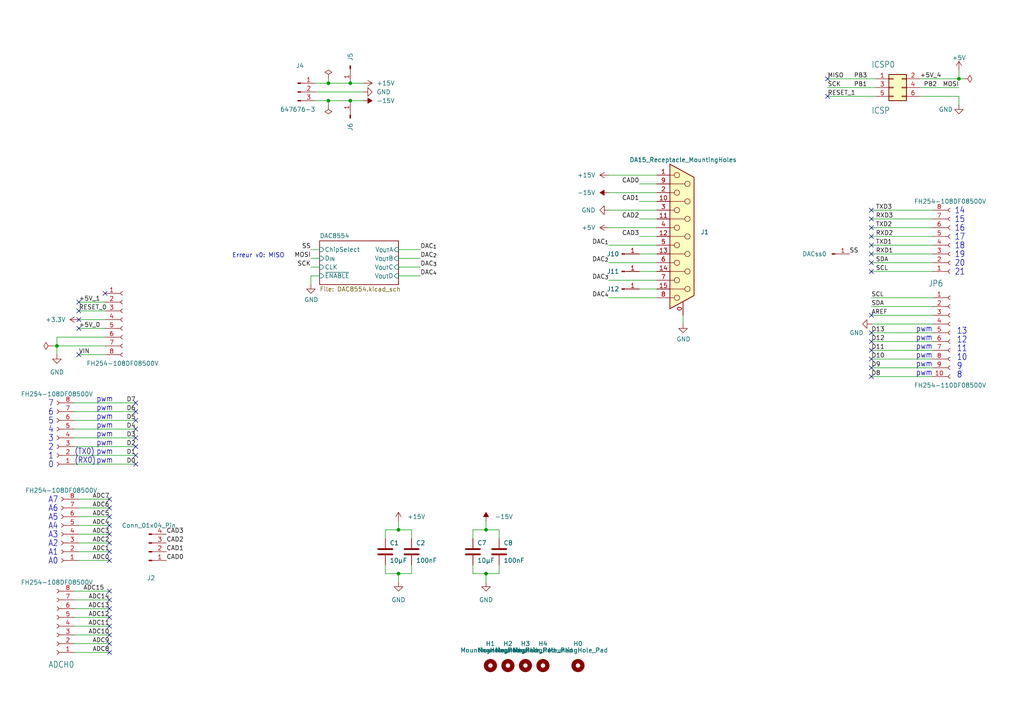
<source format=kicad_sch>
(kicad_sch (version 20230121) (generator eeschema)
  (paper "A4")
  (lib_symbols
    (symbol "Connector:Conn_01x01_Pin" (pin_names (offset 1.016) hide)
      (property "Reference" "J" (at 0 2.54 0))
      (property "Value" "Conn_01x01_Pin" (at 0 -2.54 0))
      (symbol "Conn_01x01_Pin_1_1"
        (polyline (pts (xy 1.27 0) (xy 0.8636 0)) (stroke (width 0.1524)))
        (rectangle (start 0.8636 0.127) (end 0 -0.127) (stroke (width 0.1524)) (fill (type outline)))
        (pin passive line (at 5.08 0 180) (length 3.81) (name "Pin_1") (number "1"))
      )
    )
    (symbol "Connector:Conn_01x03_Pin" (pin_names (offset 1.016) hide)
      (property "Reference" "J" (at 0 5.08 0))
      (property "Value" "Conn_01x03_Pin" (at 0 -5.08 0))
      (symbol "Conn_01x03_Pin_1_1"
        (polyline (pts (xy 1.27 -2.54) (xy 0.8636 -2.54)) (stroke (width 0.1524)))
        (polyline (pts (xy 1.27 0) (xy 0.8636 0)) (stroke (width 0.1524)))
        (polyline (pts (xy 1.27 2.54) (xy 0.8636 2.54)) (stroke (width 0.1524)))
        (rectangle (start 0.8636 -2.413) (end 0 -2.667) (stroke (width 0.1524)) (fill (type outline)))
        (rectangle (start 0.8636 0.127) (end 0 -0.127) (stroke (width 0.1524)) (fill (type outline)))
        (rectangle (start 0.8636 2.667) (end 0 2.413) (stroke (width 0.1524)) (fill (type outline)))
        (pin passive line (at 5.08 2.54 180) (length 3.81) (name "Pin_1") (number "1"))
        (pin passive line (at 5.08 0 180) (length 3.81) (name "Pin_2") (number "2"))
        (pin passive line (at 5.08 -2.54 180) (length 3.81) (name "Pin_3") (number "3"))
      )
    )
    (symbol "Connector:Conn_01x04_Pin" (pin_names (offset 1.016) hide)
      (property "Reference" "J" (at 0 5.08 0))
      (property "Value" "Conn_01x04_Pin" (at 0 -7.62 0))
      (symbol "Conn_01x04_Pin_1_1"
        (polyline (pts (xy 1.27 -5.08) (xy 0.8636 -5.08)) (stroke (width 0.1524)))
        (polyline (pts (xy 1.27 -2.54) (xy 0.8636 -2.54)) (stroke (width 0.1524)))
        (polyline (pts (xy 1.27 0) (xy 0.8636 0)) (stroke (width 0.1524)))
        (polyline (pts (xy 1.27 2.54) (xy 0.8636 2.54)) (stroke (width 0.1524)))
        (rectangle (start 0.8636 -4.953) (end 0 -5.207) (stroke (width 0.1524)) (fill (type outline)))
        (rectangle (start 0.8636 -2.413) (end 0 -2.667) (stroke (width 0.1524)) (fill (type outline)))
        (rectangle (start 0.8636 0.127) (end 0 -0.127) (stroke (width 0.1524)) (fill (type outline)))
        (rectangle (start 0.8636 2.667) (end 0 2.413) (stroke (width 0.1524)) (fill (type outline)))
        (pin passive line (at 5.08 2.54 180) (length 3.81) (name "Pin_1") (number "1"))
        (pin passive line (at 5.08 0 180) (length 3.81) (name "Pin_2") (number "2"))
        (pin passive line (at 5.08 -2.54 180) (length 3.81) (name "Pin_3") (number "3"))
        (pin passive line (at 5.08 -5.08 180) (length 3.81) (name "Pin_4") (number "4"))
      )
    )
    (symbol "Connector:Conn_01x08_Socket" (pin_names (offset 1.016) hide)
      (property "Reference" "J" (at 0 10.16 0))
      (property "Value" "Conn_01x08_Socket" (at 0 -12.7 0))
      (symbol "Conn_01x08_Socket_1_1"
        (arc (start 0 -9.652) (mid -0.5058 -10.16) (end 0 -10.668) (stroke (width 0.1524)))
        (arc (start 0 -7.112) (mid -0.5058 -7.62) (end 0 -8.128) (stroke (width 0.1524)))
        (arc (start 0 -4.572) (mid -0.5058 -5.08) (end 0 -5.588) (stroke (width 0.1524)))
        (arc (start 0 -2.032) (mid -0.5058 -2.54) (end 0 -3.048) (stroke (width 0.1524)))
        (polyline (pts (xy -1.27 -10.16) (xy -0.508 -10.16)) (stroke (width 0.1524)))
        (polyline (pts (xy -1.27 -7.62) (xy -0.508 -7.62)) (stroke (width 0.1524)))
        (polyline (pts (xy -1.27 -5.08) (xy -0.508 -5.08)) (stroke (width 0.1524)))
        (polyline (pts (xy -1.27 -2.54) (xy -0.508 -2.54)) (stroke (width 0.1524)))
        (polyline (pts (xy -1.27 0) (xy -0.508 0)) (stroke (width 0.1524)))
        (polyline (pts (xy -1.27 2.54) (xy -0.508 2.54)) (stroke (width 0.1524)))
        (polyline (pts (xy -1.27 5.08) (xy -0.508 5.08)) (stroke (width 0.1524)))
        (polyline (pts (xy -1.27 7.62) (xy -0.508 7.62)) (stroke (width 0.1524)))
        (arc (start 0 0.508) (mid -0.5058 0) (end 0 -0.508) (stroke (width 0.1524)))
        (arc (start 0 3.048) (mid -0.5058 2.54) (end 0 2.032) (stroke (width 0.1524)))
        (arc (start 0 5.588) (mid -0.5058 5.08) (end 0 4.572) (stroke (width 0.1524)))
        (arc (start 0 8.128) (mid -0.5058 7.62) (end 0 7.112) (stroke (width 0.1524)))
        (pin passive line (at -5.08 7.62 0) (length 3.81) (name "Pin_1") (number "1"))
        (pin passive line (at -5.08 5.08 0) (length 3.81) (name "Pin_2") (number "2"))
        (pin passive line (at -5.08 2.54 0) (length 3.81) (name "Pin_3") (number "3"))
        (pin passive line (at -5.08 0 0) (length 3.81) (name "Pin_4") (number "4"))
        (pin passive line (at -5.08 -2.54 0) (length 3.81) (name "Pin_5") (number "5"))
        (pin passive line (at -5.08 -5.08 0) (length 3.81) (name "Pin_6") (number "6"))
        (pin passive line (at -5.08 -7.62 0) (length 3.81) (name "Pin_7") (number "7"))
        (pin passive line (at -5.08 -10.16 0) (length 3.81) (name "Pin_8") (number "8"))
      )
    )
    (symbol "Connector:Conn_01x10_Socket" (pin_names (offset 1.016) hide)
      (property "Reference" "J" (at 0 12.7 0))
      (property "Value" "Conn_01x10_Socket" (at 0 -15.24 0))
      (symbol "Conn_01x10_Socket_1_1"
        (arc (start 0 -12.192) (mid -0.5058 -12.7) (end 0 -13.208) (stroke (width 0.1524)))
        (arc (start 0 -9.652) (mid -0.5058 -10.16) (end 0 -10.668) (stroke (width 0.1524)))
        (arc (start 0 -7.112) (mid -0.5058 -7.62) (end 0 -8.128) (stroke (width 0.1524)))
        (arc (start 0 -4.572) (mid -0.5058 -5.08) (end 0 -5.588) (stroke (width 0.1524)))
        (arc (start 0 -2.032) (mid -0.5058 -2.54) (end 0 -3.048) (stroke (width 0.1524)))
        (polyline (pts (xy -1.27 -12.7) (xy -0.508 -12.7)) (stroke (width 0.1524)))
        (polyline (pts (xy -1.27 -10.16) (xy -0.508 -10.16)) (stroke (width 0.1524)))
        (polyline (pts (xy -1.27 -7.62) (xy -0.508 -7.62)) (stroke (width 0.1524)))
        (polyline (pts (xy -1.27 -5.08) (xy -0.508 -5.08)) (stroke (width 0.1524)))
        (polyline (pts (xy -1.27 -2.54) (xy -0.508 -2.54)) (stroke (width 0.1524)))
        (polyline (pts (xy -1.27 0) (xy -0.508 0)) (stroke (width 0.1524)))
        (polyline (pts (xy -1.27 2.54) (xy -0.508 2.54)) (stroke (width 0.1524)))
        (polyline (pts (xy -1.27 5.08) (xy -0.508 5.08)) (stroke (width 0.1524)))
        (polyline (pts (xy -1.27 7.62) (xy -0.508 7.62)) (stroke (width 0.1524)))
        (polyline (pts (xy -1.27 10.16) (xy -0.508 10.16)) (stroke (width 0.1524)))
        (arc (start 0 0.508) (mid -0.5058 0) (end 0 -0.508) (stroke (width 0.1524)))
        (arc (start 0 3.048) (mid -0.5058 2.54) (end 0 2.032) (stroke (width 0.1524)))
        (arc (start 0 5.588) (mid -0.5058 5.08) (end 0 4.572) (stroke (width 0.1524)))
        (arc (start 0 8.128) (mid -0.5058 7.62) (end 0 7.112) (stroke (width 0.1524)))
        (arc (start 0 10.668) (mid -0.5058 10.16) (end 0 9.652) (stroke (width 0.1524)))
        (pin passive line (at -5.08 10.16 0) (length 3.81) (name "Pin_1") (number "1"))
        (pin passive line (at -5.08 -12.7 0) (length 3.81) (name "Pin_10") (number "10"))
        (pin passive line (at -5.08 7.62 0) (length 3.81) (name "Pin_2") (number "2"))
        (pin passive line (at -5.08 5.08 0) (length 3.81) (name "Pin_3") (number "3"))
        (pin passive line (at -5.08 2.54 0) (length 3.81) (name "Pin_4") (number "4"))
        (pin passive line (at -5.08 0 0) (length 3.81) (name "Pin_5") (number "5"))
        (pin passive line (at -5.08 -2.54 0) (length 3.81) (name "Pin_6") (number "6"))
        (pin passive line (at -5.08 -5.08 0) (length 3.81) (name "Pin_7") (number "7"))
        (pin passive line (at -5.08 -7.62 0) (length 3.81) (name "Pin_8") (number "8"))
        (pin passive line (at -5.08 -10.16 0) (length 3.81) (name "Pin_9") (number "9"))
      )
    )
    (symbol "Connector:DA15_Receptacle_MountingHoles" (pin_names (offset 1.016) hide)
      (property "Reference" "J" (at 0 24.13 0))
      (property "Value" "DA15_Receptacle_MountingHoles" (at 0 22.225 0))
      (symbol "DA15_Receptacle_MountingHoles_0_1"
        (circle (center -1.778 -17.78) (radius 0.762))
        (circle (center -1.778 -12.7) (radius 0.762))
        (circle (center -1.778 -7.62) (radius 0.762))
        (circle (center -1.778 -2.54) (radius 0.762))
        (circle (center -1.778 2.54) (radius 0.762))
        (circle (center -1.778 7.62) (radius 0.762))
        (circle (center -1.778 12.7) (radius 0.762))
        (circle (center -1.778 17.78) (radius 0.762))
        (polyline (pts (xy -3.81 -17.78) (xy -2.54 -17.78)))
        (polyline (pts (xy -3.81 -15.24) (xy 0.508 -15.24)))
        (polyline (pts (xy -3.81 -12.7) (xy -2.54 -12.7)))
        (polyline (pts (xy -3.81 -10.16) (xy 0.508 -10.16)))
        (polyline (pts (xy -3.81 -7.62) (xy -2.54 -7.62)))
        (polyline (pts (xy -3.81 -5.08) (xy 0.508 -5.08)))
        (polyline (pts (xy -3.81 -2.54) (xy -2.54 -2.54)))
        (polyline (pts (xy -3.81 0) (xy 0.508 0)))
        (polyline (pts (xy -3.81 2.54) (xy -2.54 2.54)))
        (polyline (pts (xy -3.81 5.08) (xy 0.508 5.08)))
        (polyline (pts (xy -3.81 7.62) (xy -2.54 7.62)))
        (polyline (pts (xy -3.81 10.16) (xy 0.508 10.16)))
        (polyline (pts (xy -3.81 12.7) (xy -2.54 12.7)))
        (polyline (pts (xy -3.81 15.24) (xy 0.508 15.24)))
        (polyline (pts (xy -3.81 17.78) (xy -2.54 17.78)))
        (polyline (pts (xy -3.81 20.955) (xy 3.175 17.145) (xy 3.175 -17.145) (xy -3.81 -20.955) (xy -3.81 20.955)) (stroke (width 0.254)) (fill (type background)))
        (circle (center 1.27 -15.24) (radius 0.762))
        (circle (center 1.27 -10.16) (radius 0.762))
        (circle (center 1.27 -5.08) (radius 0.762))
        (circle (center 1.27 0) (radius 0.762))
        (circle (center 1.27 5.08) (radius 0.762))
        (circle (center 1.27 10.16) (radius 0.762))
        (circle (center 1.27 15.24) (radius 0.762))
      )
      (symbol "DA15_Receptacle_MountingHoles_1_1"
        (pin passive line (at 0 -22.86 90) (length 3.81) (name "PAD") (number "0"))
        (pin passive line (at -7.62 17.78 0) (length 3.81) (name "1") (number "1"))
        (pin passive line (at -7.62 10.16 0) (length 3.81) (name "P10") (number "10"))
        (pin passive line (at -7.62 5.08 0) (length 3.81) (name "P111") (number "11"))
        (pin passive line (at -7.62 0 0) (length 3.81) (name "P12") (number "12"))
        (pin passive line (at -7.62 -5.08 0) (length 3.81) (name "P13") (number "13"))
        (pin passive line (at -7.62 -10.16 0) (length 3.81) (name "P14") (number "14"))
        (pin passive line (at -7.62 -15.24 0) (length 3.81) (name "P15") (number "15"))
        (pin passive line (at -7.62 12.7 0) (length 3.81) (name "2") (number "2"))
        (pin passive line (at -7.62 7.62 0) (length 3.81) (name "3") (number "3"))
        (pin passive line (at -7.62 2.54 0) (length 3.81) (name "4") (number "4"))
        (pin passive line (at -7.62 -2.54 0) (length 3.81) (name "5") (number "5"))
        (pin passive line (at -7.62 -7.62 0) (length 3.81) (name "6") (number "6"))
        (pin passive line (at -7.62 -12.7 0) (length 3.81) (name "7") (number "7"))
        (pin passive line (at -7.62 -17.78 0) (length 3.81) (name "8") (number "8"))
        (pin passive line (at -7.62 15.24 0) (length 3.81) (name "P9") (number "9"))
      )
    )
    (symbol "Connector_Generic:Conn_02x03_Odd_Even" (pin_names (offset 1.016) hide)
      (property "Reference" "J" (at 1.27 5.08 0))
      (property "Value" "Conn_02x03_Odd_Even" (at 1.27 -5.08 0))
      (symbol "Conn_02x03_Odd_Even_1_1"
        (rectangle (start -1.27 -2.413) (end 0 -2.667) (stroke (width 0.1524)))
        (rectangle (start -1.27 0.127) (end 0 -0.127) (stroke (width 0.1524)))
        (rectangle (start -1.27 2.667) (end 0 2.413) (stroke (width 0.1524)))
        (rectangle (start -1.27 3.81) (end 3.81 -3.81) (stroke (width 0.254)) (fill (type background)))
        (rectangle (start 3.81 -2.413) (end 2.54 -2.667) (stroke (width 0.1524)))
        (rectangle (start 3.81 0.127) (end 2.54 -0.127) (stroke (width 0.1524)))
        (rectangle (start 3.81 2.667) (end 2.54 2.413) (stroke (width 0.1524)))
        (pin passive line (at -5.08 2.54 0) (length 3.81) (name "Pin_1") (number "1"))
        (pin passive line (at 7.62 2.54 180) (length 3.81) (name "Pin_2") (number "2"))
        (pin passive line (at -5.08 0 0) (length 3.81) (name "Pin_3") (number "3"))
        (pin passive line (at 7.62 0 180) (length 3.81) (name "Pin_4") (number "4"))
        (pin passive line (at -5.08 -2.54 0) (length 3.81) (name "Pin_5") (number "5"))
        (pin passive line (at 7.62 -2.54 180) (length 3.81) (name "Pin_6") (number "6"))
      )
    )
    (symbol "Device:C" (pin_numbers hide) (pin_names (offset 0.254))
      (property "Reference" "C" (at 0.635 2.54 0))
      (property "Value" "C" (at 0.635 -2.54 0))
      (symbol "C_0_1"
        (polyline (pts (xy -2.032 -0.762) (xy 2.032 -0.762)) (stroke (width 0.508)))
        (polyline (pts (xy -2.032 0.762) (xy 2.032 0.762)) (stroke (width 0.508)))
      )
      (symbol "C_1_1"
        (pin passive line (at 0 3.81 270) (length 2.794) (name "~") (number "1"))
        (pin passive line (at 0 -3.81 90) (length 2.794) (name "~") (number "2"))
      )
    )
    (symbol "Mechanical:MountingHole" (pin_names (offset 1.016))
      (property "Reference" "H" (at 0 5.08 0))
      (property "Value" "MountingHole" (at 0 3.175 0))
      (symbol "MountingHole_0_1"
        (circle (center 0 0) (radius 1.27) (stroke (width 1.27)))
      )
    )
    (symbol "power:+15V" (power) (pin_names (offset 0))
      (property "Value" "+15V" (at 0 3.556 0))
      (symbol "+15V_0_1"
        (polyline (pts (xy -0.762 1.27) (xy 0 2.54)))
        (polyline (pts (xy 0 0) (xy 0 2.54)))
        (polyline (pts (xy 0 2.54) (xy 0.762 1.27)))
      )
      (symbol "+15V_1_1"
        (pin power_in line (at 0 0 90) (length 0) hide (name "+15V") (number "1"))
      )
    )
    (symbol "power:+3.3V" (power) (pin_names (offset 0))
      (property "Value" "+3.3V" (at 0 3.556 0))
      (symbol "+3.3V_0_1"
        (polyline (pts (xy -0.762 1.27) (xy 0 2.54)))
        (polyline (pts (xy 0 0) (xy 0 2.54)))
        (polyline (pts (xy 0 2.54) (xy 0.762 1.27)))
      )
      (symbol "+3.3V_1_1"
        (pin power_in line (at 0 0 90) (length 0) hide (name "+3.3V") (number "1"))
      )
    )
    (symbol "power:+5V" (power) (pin_names (offset 0))
      (property "Value" "+5V" (at 0 3.556 0))
      (symbol "+5V_0_1"
        (polyline (pts (xy -0.762 1.27) (xy 0 2.54)))
        (polyline (pts (xy 0 0) (xy 0 2.54)))
        (polyline (pts (xy 0 2.54) (xy 0.762 1.27)))
      )
      (symbol "+5V_1_1"
        (pin power_in line (at 0 0 90) (length 0) hide (name "+5V") (number "1"))
      )
    )
    (symbol "power:-15V" (power) (pin_names (offset 0))
      (property "Value" "-15V" (at 0 3.81 0))
      (symbol "-15V_0_0"
        (pin power_in line (at 0 0 90) (length 0) hide (name "-15V") (number "1"))
      )
      (symbol "-15V_0_1"
        (polyline (pts (xy 0 0) (xy 0 1.27) (xy 0.762 1.27) (xy 0 2.54) (xy -0.762 1.27) (xy 0 1.27)) (fill (type outline)))
      )
    )
    (symbol "power:GND" (power) (pin_names (offset 0))
      (property "Value" "GND" (at 0 -3.81 0))
      (symbol "GND_0_1"
        (polyline (pts (xy 0 0) (xy 0 -1.27) (xy 1.27 -1.27) (xy 0 -2.54) (xy -1.27 -1.27) (xy 0 -1.27)))
      )
      (symbol "GND_1_1"
        (pin power_in line (at 0 0 270) (length 0) hide (name "GND") (number "1"))
      )
    )
    (symbol "power:PWR_FLAG" (power) (pin_numbers hide) (pin_names (offset 0) hide)
      (property "Value" "PWR_FLAG" (at 0 3.81 0))
      (symbol "PWR_FLAG_0_0"
        (pin power_out line (at 0 0 90) (length 0) (name "pwr") (number "1"))
      )
      (symbol "PWR_FLAG_0_1"
        (polyline (pts (xy 0 0) (xy 0 1.27) (xy -1.016 1.905) (xy 0 2.54) (xy 1.016 1.905) (xy 0 1.27)))
      )
    )
  )
  (junction (at 95.25 24.13))
  (junction (at 115.57 153.67))
  (junction (at 115.57 166.37))
  (junction (at 95.25 29.21))
  (junction (at 101.6 29.21))
  (junction (at 16.51 100.33))
  (junction (at 278.13 22.86))
  (junction (at 140.97 153.67))
  (junction (at 101.6 24.13))
  (junction (at 140.97 166.37))
  (no_connect (at 252.73 66.04))
  (no_connect (at 22.86 95.25))
  (no_connect (at 39.37 124.46))
  (no_connect (at 31.75 179.07))
  (no_connect (at 252.73 109.22))
  (no_connect (at 252.73 78.74))
  (no_connect (at 252.73 76.2))
  (no_connect (at 252.73 101.6))
  (no_connect (at 31.75 160.02))
  (no_connect (at 39.37 119.38))
  (no_connect (at 39.37 127))
  (no_connect (at 31.75 157.48))
  (no_connect (at 252.73 71.12))
  (no_connect (at 22.86 87.63))
  (no_connect (at 39.37 116.84))
  (no_connect (at 31.75 149.86))
  (no_connect (at 252.73 96.52))
  (no_connect (at 31.75 186.69))
  (no_connect (at 31.75 162.56))
  (no_connect (at 31.75 144.78))
  (no_connect (at 252.73 104.14))
  (no_connect (at 252.73 106.68))
  (no_connect (at 240.03 22.86))
  (no_connect (at 31.75 176.53))
  (no_connect (at 22.86 102.87))
  (no_connect (at 252.73 60.96))
  (no_connect (at 39.37 121.92))
  (no_connect (at 252.73 73.66))
  (no_connect (at 22.86 90.17))
  (no_connect (at 39.37 129.54))
  (no_connect (at 31.75 189.23))
  (no_connect (at 31.75 181.61))
  (no_connect (at 31.75 152.4))
  (no_connect (at 30.48 85.09))
  (no_connect (at 31.75 147.32))
  (no_connect (at 252.73 68.58))
  (no_connect (at 252.73 63.5))
  (no_connect (at 252.73 91.44))
  (no_connect (at 31.75 173.99))
  (no_connect (at 39.37 134.62))
  (no_connect (at 39.37 132.08))
  (no_connect (at 31.75 184.15))
  (no_connect (at 31.75 171.45))
  (no_connect (at 252.73 99.06))
  (no_connect (at 31.75 154.94))
  (no_connect (at 22.86 92.71))
  (no_connect (at 240.03 27.94))
  (wire (pts (xy 270.51 71.12) (xy 252.73 71.12)))
  (wire (pts (xy 31.75 181.61) (xy 21.59 181.61)))
  (wire (pts (xy 119.38 166.37) (xy 119.38 163.83)))
  (wire (pts (xy 22.86 162.56) (xy 31.75 162.56)))
  (wire (pts (xy 252.73 88.9) (xy 270.51 88.9)))
  (wire (pts (xy 21.59 127) (xy 39.37 127)))
  (wire (pts (xy 22.86 152.4) (xy 31.75 152.4)))
  (wire (pts (xy 22.86 95.25) (xy 30.48 95.25)))
  (wire (pts (xy 22.86 157.48) (xy 31.75 157.48)))
  (wire (pts (xy 140.97 166.37) (xy 140.97 168.91)))
  (wire (pts (xy 185.42 73.66) (xy 190.5 73.66)))
  (wire (pts (xy 21.59 132.08) (xy 39.37 132.08)))
  (wire (pts (xy 90.17 77.47) (xy 92.71 77.47)))
  (wire (pts (xy 115.57 151.13) (xy 115.57 153.67)))
  (wire (pts (xy 31.75 149.86) (xy 22.86 149.86)))
  (wire (pts (xy 252.73 101.6) (xy 270.51 101.6)))
  (wire (pts (xy 90.17 72.39) (xy 92.71 72.39)))
  (wire (pts (xy 176.53 66.04) (xy 190.5 66.04)))
  (wire (pts (xy 185.42 63.5) (xy 190.5 63.5)))
  (wire (pts (xy 270.51 60.96) (xy 252.73 60.96)))
  (wire (pts (xy 266.7 22.86) (xy 278.13 22.86)))
  (wire (pts (xy 21.59 134.62) (xy 39.37 134.62)))
  (wire (pts (xy 279.4 22.86) (xy 278.13 22.86)))
  (wire (pts (xy 137.16 166.37) (xy 140.97 166.37)))
  (wire (pts (xy 111.76 156.21) (xy 111.76 153.67)))
  (wire (pts (xy 140.97 153.67) (xy 144.78 153.67)))
  (wire (pts (xy 185.42 83.82) (xy 190.5 83.82)))
  (wire (pts (xy 252.73 96.52) (xy 270.51 96.52)))
  (wire (pts (xy 176.53 55.88) (xy 190.5 55.88)))
  (wire (pts (xy 185.42 53.34) (xy 190.5 53.34)))
  (wire (pts (xy 270.51 109.22) (xy 252.73 109.22)))
  (wire (pts (xy 31.75 147.32) (xy 22.86 147.32)))
  (wire (pts (xy 266.7 27.94) (xy 278.13 27.94)))
  (wire (pts (xy 21.59 179.07) (xy 31.75 179.07)))
  (wire (pts (xy 115.57 153.67) (xy 119.38 153.67)))
  (wire (pts (xy 30.48 100.33) (xy 16.51 100.33)))
  (wire (pts (xy 252.73 99.06) (xy 270.51 99.06)))
  (wire (pts (xy 278.13 30.48) (xy 278.13 27.94)))
  (wire (pts (xy 270.51 73.66) (xy 252.73 73.66)))
  (wire (pts (xy 121.92 77.47) (xy 115.57 77.47)))
  (wire (pts (xy 15.24 100.33) (xy 16.51 100.33)))
  (wire (pts (xy 22.86 144.78) (xy 31.75 144.78)))
  (wire (pts (xy 101.6 29.21) (xy 105.41 29.21)))
  (wire (pts (xy 176.53 81.28) (xy 190.5 81.28)))
  (wire (pts (xy 270.51 78.74) (xy 252.73 78.74)))
  (wire (pts (xy 21.59 184.15) (xy 31.75 184.15)))
  (wire (pts (xy 16.51 97.79) (xy 16.51 100.33)))
  (wire (pts (xy 252.73 63.5) (xy 270.51 63.5)))
  (wire (pts (xy 270.51 76.2) (xy 252.73 76.2)))
  (wire (pts (xy 121.92 80.01) (xy 115.57 80.01)))
  (wire (pts (xy 22.86 87.63) (xy 30.48 87.63)))
  (wire (pts (xy 240.03 22.86) (xy 254 22.86)))
  (wire (pts (xy 21.59 119.38) (xy 39.37 119.38)))
  (wire (pts (xy 144.78 166.37) (xy 144.78 163.83)))
  (wire (pts (xy 16.51 100.33) (xy 16.51 102.87)))
  (wire (pts (xy 176.53 60.96) (xy 190.5 60.96)))
  (wire (pts (xy 95.25 29.21) (xy 95.25 30.48)))
  (wire (pts (xy 198.12 91.44) (xy 198.12 93.98)))
  (wire (pts (xy 278.13 20.32) (xy 278.13 22.86)))
  (wire (pts (xy 95.25 29.21) (xy 101.6 29.21)))
  (wire (pts (xy 137.16 156.21) (xy 137.16 153.67)))
  (wire (pts (xy 90.17 74.93) (xy 92.71 74.93)))
  (wire (pts (xy 254 25.4) (xy 240.03 25.4)))
  (wire (pts (xy 270.51 93.98) (xy 252.73 93.98)))
  (wire (pts (xy 176.53 50.8) (xy 190.5 50.8)))
  (wire (pts (xy 185.42 78.74) (xy 190.5 78.74)))
  (wire (pts (xy 252.73 106.68) (xy 270.51 106.68)))
  (wire (pts (xy 30.48 97.79) (xy 16.51 97.79)))
  (wire (pts (xy 31.75 186.69) (xy 21.59 186.69)))
  (wire (pts (xy 115.57 166.37) (xy 115.57 168.91)))
  (wire (pts (xy 21.59 171.45) (xy 31.75 171.45)))
  (wire (pts (xy 31.75 160.02) (xy 22.86 160.02)))
  (wire (pts (xy 91.44 24.13) (xy 95.25 24.13)))
  (wire (pts (xy 121.92 72.39) (xy 115.57 72.39)))
  (wire (pts (xy 254 27.94) (xy 240.03 27.94)))
  (wire (pts (xy 31.75 176.53) (xy 21.59 176.53)))
  (wire (pts (xy 111.76 166.37) (xy 115.57 166.37)))
  (wire (pts (xy 95.25 24.13) (xy 101.6 24.13)))
  (wire (pts (xy 95.25 22.86) (xy 95.25 24.13)))
  (wire (pts (xy 119.38 153.67) (xy 119.38 156.21)))
  (wire (pts (xy 140.97 166.37) (xy 144.78 166.37)))
  (wire (pts (xy 21.59 121.92) (xy 39.37 121.92)))
  (wire (pts (xy 101.6 24.13) (xy 105.41 24.13)))
  (wire (pts (xy 21.59 116.84) (xy 39.37 116.84)))
  (wire (pts (xy 270.51 86.36) (xy 252.73 86.36)))
  (wire (pts (xy 252.73 68.58) (xy 270.51 68.58)))
  (wire (pts (xy 22.86 90.17) (xy 30.48 90.17)))
  (wire (pts (xy 176.53 86.36) (xy 190.5 86.36)))
  (wire (pts (xy 185.42 68.58) (xy 190.5 68.58)))
  (wire (pts (xy 21.59 189.23) (xy 31.75 189.23)))
  (wire (pts (xy 176.53 71.12) (xy 190.5 71.12)))
  (wire (pts (xy 144.78 153.67) (xy 144.78 156.21)))
  (wire (pts (xy 22.86 92.71) (xy 30.48 92.71)))
  (wire (pts (xy 185.42 58.42) (xy 190.5 58.42)))
  (wire (pts (xy 91.44 29.21) (xy 95.25 29.21)))
  (wire (pts (xy 137.16 163.83) (xy 137.16 166.37)))
  (wire (pts (xy 90.17 80.01) (xy 92.71 80.01)))
  (wire (pts (xy 140.97 151.13) (xy 140.97 153.67)))
  (wire (pts (xy 31.75 154.94) (xy 22.86 154.94)))
  (wire (pts (xy 90.17 80.01) (xy 90.17 82.55)))
  (wire (pts (xy 252.73 66.04) (xy 270.51 66.04)))
  (wire (pts (xy 115.57 166.37) (xy 119.38 166.37)))
  (wire (pts (xy 31.75 173.99) (xy 21.59 173.99)))
  (wire (pts (xy 137.16 153.67) (xy 140.97 153.67)))
  (wire (pts (xy 91.44 26.67) (xy 105.41 26.67)))
  (wire (pts (xy 21.59 124.46) (xy 39.37 124.46)))
  (wire (pts (xy 111.76 153.67) (xy 115.57 153.67)))
  (wire (pts (xy 266.7 25.4) (xy 278.13 25.4)))
  (wire (pts (xy 111.76 163.83) (xy 111.76 166.37)))
  (wire (pts (xy 252.73 104.14) (xy 270.51 104.14)))
  (wire (pts (xy 22.86 102.87) (xy 30.48 102.87)))
  (wire (pts (xy 176.53 76.2) (xy 190.5 76.2)))
  (wire (pts (xy 270.51 91.44) (xy 252.73 91.44)))
  (wire (pts (xy 121.92 74.93) (xy 115.57 74.93)))
  (wire (pts (xy 39.37 129.54) (xy 21.59 129.54)))
  (text "A2" (at 13.97 158.75 0) (effects (font (size 1.778 1.5113)) (justify left bottom)))
  (text "pwm" (at 270.51 96.52 0) (effects (font (size 1.6764 1.4249)) (justify right bottom)))
  (text "11" (at 277.495 102.235 0) (effects (font (size 1.778 1.5113)) (justify left bottom)))
  (text "12" (at 277.495 99.695 0) (effects (font (size 1.778 1.5113)) (justify left bottom)))
  (text "8" (at 277.495 109.855 0) (effects (font (size 1.778 1.5113)) (justify left bottom)))
  (text "15" (at 276.86 64.77 0) (effects (font (size 1.778 1.5113)) (justify left bottom)))
  (text "pwm" (at 27.94 121.92 0) (effects (font (size 1.6764 1.4249)) (justify left bottom)))
  (text "2" (at 13.97 130.81 0) (effects (font (size 1.778 1.5113)) (justify left bottom)))
  (text "1" (at 13.97 133.35 0) (effects (font (size 1.778 1.5113)) (justify left bottom)))
  (text "21" (at 276.86 80.01 0) (effects (font (size 1.778 1.5113)) (justify left bottom)))
  (text "A7" (at 13.97 146.05 0) (effects (font (size 1.778 1.5113)) (justify left bottom)))
  (text "A3" (at 13.97 156.21 0) (effects (font (size 1.778 1.5113)) (justify left bottom)))
  (text "pwm" (at 27.94 129.54 0) (effects (font (size 1.6764 1.4249)) (justify left bottom)))
  (text "14" (at 276.86 62.23 0) (effects (font (size 1.778 1.5113)) (justify left bottom)))
  (text "A1" (at 13.97 161.29 0) (effects (font (size 1.778 1.5113)) (justify left bottom)))
  (text "(TX0)" (at 21.59 132.08 0) (effects (font (size 1.6764 1.4249)) (justify left bottom)))
  (text "pwm" (at 27.94 119.38 0) (effects (font (size 1.6764 1.4249)) (justify left bottom)))
  (text "5" (at 13.97 123.19 0) (effects (font (size 1.778 1.5113)) (justify left bottom)))
  (text "4" (at 13.97 125.73 0) (effects (font (size 1.778 1.5113)) (justify left bottom)))
  (text "20" (at 276.86 77.47 0) (effects (font (size 1.778 1.5113)) (justify left bottom)))
  (text "18" (at 276.86 72.39 0) (effects (font (size 1.778 1.5113)) (justify left bottom)))
  (text "pwm" (at 27.94 116.84 0) (effects (font (size 1.6764 1.4249)) (justify left bottom)))
  (text "pwm" (at 27.94 124.46 0) (effects (font (size 1.6764 1.4249)) (justify left bottom)))
  (text "pwm" (at 27.94 127 0) (effects (font (size 1.6764 1.4249)) (justify left bottom)))
  (text "17" (at 276.86 69.85 0) (effects (font (size 1.778 1.5113)) (justify left bottom)))
  (text "13" (at 277.495 97.155 0) (effects (font (size 1.778 1.5113)) (justify left bottom)))
  (text "pwm" (at 270.51 106.68 0) (effects (font (size 1.6764 1.4249)) (justify right bottom)))
  (text "3" (at 13.97 128.27 0) (effects (font (size 1.778 1.5113)) (justify left bottom)))
  (text "6" (at 13.97 120.65 0) (effects (font (size 1.778 1.5113)) (justify left bottom)))
  (text "19" (at 276.86 74.93 0) (effects (font (size 1.778 1.5113)) (justify left bottom)))
  (text "0" (at 13.97 135.89 0) (effects (font (size 1.778 1.5113)) (justify left bottom)))
  (text "pwm" (at 270.51 101.6 0) (effects (font (size 1.6764 1.4249)) (justify right bottom)))
  (text "7" (at 13.97 118.11 0) (effects (font (size 1.778 1.5113)) (justify left bottom)))
  (text "A5" (at 13.97 151.13 0) (effects (font (size 1.778 1.5113)) (justify left bottom)))
  (text "pwm" (at 270.51 109.22 0) (effects (font (size 1.6764 1.4249)) (justify right bottom)))
  (text "9" (at 277.495 107.315 0) (effects (font (size 1.778 1.5113)) (justify left bottom)))
  (text "16" (at 276.86 67.31 0) (effects (font (size 1.778 1.5113)) (justify left bottom)))
  (text "A4" (at 13.97 153.67 0) (effects (font (size 1.778 1.5113)) (justify left bottom)))
  (text "A0" (at 13.97 163.83 0) (effects (font (size 1.778 1.5113)) (justify left bottom)))
  (text "10" (at 277.495 104.775 0) (effects (font (size 1.778 1.5113)) (justify left bottom)))
  (text "pwm" (at 27.94 134.62 0) (effects (font (size 1.6764 1.4249)) (justify left bottom)))
  (text "(RX0)" (at 21.59 134.62 0) (effects (font (size 1.6764 1.4249)) (justify left bottom)))
  (text "pwm" (at 270.51 104.14 0) (effects (font (size 1.6764 1.4249)) (justify right bottom)))
  (text "A6" (at 13.97 148.59 0) (effects (font (size 1.778 1.5113)) (justify left bottom)))
  (text "pwm" (at 27.94 132.08 0) (effects (font (size 1.6764 1.4249)) (justify left bottom)))
  (text "pwm" (at 270.51 99.06 0) (effects (font (size 1.6764 1.4249)) (justify right bottom)))
  (text "Erreur v0: MISO" (at 67.31 74.93 0) (effects (font (size 1.27 1.27)) (justify left bottom)))
  (label "DAC_{3}" (at 176.53 81.28 180))
  (label "D13" (at 252.73 96.52 0))
  (label "RESET_1" (at 240.03 27.94 0))
  (label "CAD2" (at 185.42 63.5 180))
  (label "MOSI" (at 90.17 74.93 180))
  (label "DAC_{1}" (at 121.92 72.39 0))
  (label "CAD0" (at 185.42 53.34 180))
  (label "PB2" (at 271.78 25.4 180) (effects (font (size 1.2446 1.2446))))
  (label "SDA" (at 252.73 88.9 0) (effects (font (size 1.2446 1.2446))))
  (label "CAD3" (at 185.42 68.58 180))
  (label "ADC11" (at 31.75 181.61 180) (effects (font (size 1.2446 1.2446))))
  (label "ADC10" (at 31.75 184.15 180) (effects (font (size 1.2446 1.2446))))
  (label "SCL" (at 254 78.74 0) (effects (font (size 1.2446 1.2446))))
  (label "PB3" (at 247.65 22.86 0) (effects (font (size 1.2446 1.2446))))
  (label "CAD0" (at 48.26 162.56 0))
  (label "TXD2" (at 254 66.04 0) (effects (font (size 1.2446 1.2446))))
  (label "ADC9" (at 31.75 186.69 180) (effects (font (size 1.2446 1.2446))))
  (label "+5V_0" (at 22.86 95.25 0))
  (label "RESET_0" (at 22.86 90.17 0))
  (label "D4" (at 39.37 124.46 180))
  (label "ADC3" (at 31.75 154.94 180) (effects (font (size 1.2446 1.2446))))
  (label "SS" (at 246.38 73.66 0))
  (label "ADC13" (at 31.75 176.53 180) (effects (font (size 1.2446 1.2446))))
  (label "ADC12" (at 31.75 179.07 180) (effects (font (size 1.2446 1.2446))))
  (label "ADC6" (at 31.75 147.32 180) (effects (font (size 1.2446 1.2446))))
  (label "DAC_{4}" (at 176.53 86.36 180))
  (label "+5V_1" (at 22.86 87.63 0))
  (label "D7" (at 39.37 116.84 180))
  (label "MOSI" (at 278.13 25.4 180) (effects (font (size 1.2446 1.2446))))
  (label "+5V_4" (at 273.05 22.86 180))
  (label "CAD1" (at 48.26 160.02 0))
  (label "D6" (at 39.37 119.38 180))
  (label "SCL" (at 252.73 86.36 0) (effects (font (size 1.2446 1.2446))))
  (label "CAD1" (at 185.42 58.42 180))
  (label "MISO" (at 240.03 22.86 0) (effects (font (size 1.2446 1.2446))))
  (label "PB1" (at 247.65 25.4 0) (effects (font (size 1.2446 1.2446))))
  (label "DAC_{4}" (at 121.92 80.01 0))
  (label "RXD2" (at 254 68.58 0) (effects (font (size 1.2446 1.2446))))
  (label "RXD3" (at 254 63.5 0) (effects (font (size 1.2446 1.2446))))
  (label "D11" (at 252.73 101.6 0))
  (label "DAC_{2}" (at 121.92 74.93 0))
  (label "AREF" (at 252.73 91.44 0) (effects (font (size 1.2446 1.2446))))
  (label "DAC_{1}" (at 176.53 71.12 180))
  (label "D12" (at 252.73 99.06 0))
  (label "D5" (at 39.37 121.92 180))
  (label "D10" (at 252.73 104.14 0))
  (label "SCK" (at 90.17 77.47 180))
  (label "ADC5" (at 31.75 149.86 180) (effects (font (size 1.2446 1.2446))))
  (label "SS" (at 90.17 72.39 180))
  (label "CAD3" (at 48.26 154.94 0))
  (label "D9" (at 252.73 106.68 0))
  (label "TXD3" (at 254 60.96 0) (effects (font (size 1.2446 1.2446))))
  (label "D2" (at 39.37 129.54 180))
  (label "ADC14" (at 31.75 173.99 180) (effects (font (size 1.2446 1.2446))))
  (label "ADC2" (at 31.75 157.48 180) (effects (font (size 1.2446 1.2446))))
  (label "D8" (at 252.73 109.22 0))
  (label "VIN" (at 22.86 102.87 0) (effects (font (size 1.2446 1.2446))))
  (label "DAC_{2}" (at 176.53 76.2 180))
  (label "ADC8" (at 31.75 189.23 180) (effects (font (size 1.2446 1.2446))))
  (label "ADC0" (at 31.75 162.56 180) (effects (font (size 1.2446 1.2446))))
  (label "DAC_{3}" (at 121.92 77.47 0))
  (label "RXD1" (at 254 73.66 0) (effects (font (size 1.2446 1.2446))))
  (label "ADC1" (at 31.75 160.02 180) (effects (font (size 1.2446 1.2446))))
  (label "ADC15" (at 24.13 171.45 0) (effects (font (size 1.2446 1.2446))))
  (label "D1" (at 39.37 132.08 180))
  (label "CAD2" (at 48.26 157.48 0))
  (label "SCK" (at 240.03 25.4 0) (effects (font (size 1.2446 1.2446))))
  (label "ADC7" (at 31.75 144.78 180) (effects (font (size 1.2446 1.2446))))
  (label "TXD1" (at 254 71.12 0) (effects (font (size 1.2446 1.2446))))
  (label "D3" (at 39.37 127 180))
  (label "D0" (at 39.37 134.62 180))
  (label "ADC4" (at 31.75 152.4 180) (effects (font (size 1.2446 1.2446))))
  (label "SDA" (at 254 76.2 0) (effects (font (size 1.2446 1.2446))))
  (symbol (lib_id "power:-15V") (at 176.53 55.88 90) (unit 1)
    (property "Reference" "#PWR0103" (effects hide))
    (property "Value" "-15V" (at 172.72 55.8799 90) (effects (justify left)))
  )
  (symbol (lib_id "Connector:Conn_01x01_Pin") (at 101.6 19.05 270) (unit 1)
    (property "Reference" "J5" (at 101.6 16.51 0))
    (property "Value" "Conn_01x01_Pin" (effects hide))
    (property "Footprint" "Connector_PinHeader_2.54mm:PinHeader_1x01_P2.54mm_Vertical" (effects hide))
  )
  (symbol (lib_id "Connector:Conn_01x01_Pin") (at 241.3 73.66 0) (unit 1)
    (property "Reference" "DACss0" (at 236.22 73.66 0))
    (property "Value" "Conn_01x01_Pin" (effects hide))
    (property "Footprint" "Connector_PinHeader_2.54mm:PinHeader_1x01_P2.54mm_Vertical" (effects hide))
  )
  (symbol (lib_id "power:+15V") (at 176.53 50.8 90) (unit 1)
    (property "Reference" "#PWR0101" (effects hide))
    (property "Value" "+15V" (at 172.72 50.7999 90) (effects (justify left)))
  )
  (symbol (lib_id "Mechanical:MountingHole") (at 157.48 193.04 0) (unit 1)
    (property "Reference" "H4" (at 157.48 186.69 0))
    (property "Value" "MountingHole_Pad" (at 157.48 188.595 0))
    (property "Footprint" "MountingHole:MountingHole_3.2mm_M3" (effects hide))
  )
  (symbol (lib_id "Connector:Conn_01x01_Pin") (at 180.34 78.74 0) (unit 1)
    (property "Reference" "J11" (at 177.8 78.74 0))
    (property "Value" "Conn_01x01_Pin" (effects hide))
    (property "Footprint" "Connector_PinHeader_2.54mm:PinHeader_1x01_P2.54mm_Vertical" (effects hide))
  )
  (symbol (lib_id "power:GND") (at 115.57 168.91 0) (unit 1)
    (property "Reference" "#PWR0114" (effects hide))
    (property "Value" "GND" (at 115.57 173.99 0))
  )
  (symbol (lib_id "power:-15V") (at 105.41 29.21 270) (mirror x) (unit 1)
    (property "Reference" "#PWR0107" (effects hide))
    (property "Value" "-15V" (at 109.22 29.2099 90) (effects (justify left)))
  )
  (symbol (lib_id "Connector_Generic:Conn_02x03_Odd_Even") (at 259.08 25.4 0) (unit 1)
    (property "Reference" "ICSP0" (at 252.73 19.685 0) (effects (font (size 1.778 1.5113)) (justify left bottom)))
    (property "Value" "ICSP" (at 252.73 33.02 0) (effects (font (size 1.778 1.5113)) (justify left bottom)))
    (property "Footprint" "Connector_PinSocket_2.54mm:PinSocket_2x03_P2.54mm_Vertical" (effects hide))
  )
  (symbol (lib_id "power:PWR_FLAG") (at 279.4 22.86 270) (unit 1)
    (property "Reference" "#FLG02" (effects hide))
    (property "Value" "PWR_FLAG" (effects hide))
  )
  (symbol (lib_id "power:GND") (at 252.73 93.98 270) (unit 1)
    (property "Reference" "#PWR0111" (effects hide))
    (property "Value" "GND" (at 246.38 96.52 90) (effects (justify left)))
  )
  (symbol (lib_id "power:GND") (at 176.53 60.96 270) (unit 1)
    (property "Reference" "#PWR0105" (effects hide))
    (property "Value" "GND" (at 172.72 60.9599 90) (effects (justify right)))
  )
  (symbol (lib_id "Device:C") (at 137.16 160.02 0) (unit 1)
    (property "Reference" "C7" (at 138.43 157.48 0) (effects (justify left)))
    (property "Value" "10µF" (at 138.43 162.56 0) (effects (justify left)))
    (property "Footprint" "Capacitor_SMD:C_0603_1608Metric_Pad1.08x0.95mm_HandSolder" (effects hide))
  )
  (symbol (lib_id "Connector:Conn_01x01_Pin") (at 101.6 34.29 90) (unit 1)
    (property "Reference" "J6" (at 101.6 36.83 0))
    (property "Value" "Conn_01x01_Pin" (effects hide))
    (property "Footprint" "Connector_PinHeader_2.54mm:PinHeader_1x01_P2.54mm_Vertical" (effects hide))
  )
  (symbol (lib_id "power:+15V") (at 105.41 24.13 270) (mirror x) (unit 1)
    (property "Reference" "#PWR0106" (effects hide))
    (property "Value" "+15V" (at 109.22 24.1299 90) (effects (justify left)))
  )
  (symbol (lib_id "power:GND") (at 105.41 26.67 90) (mirror x) (unit 1)
    (property "Reference" "#PWR0108" (effects hide))
    (property "Value" "GND" (at 109.22 26.6699 90) (effects (justify right)))
  )
  (symbol (lib_id "Connector:Conn_01x08_Socket") (at 275.59 71.12 0) (mirror x) (unit 1)
    (property "Reference" "COMMUNICATION0" (effects hide))
    (property "Value" "FH254-108DF08500V" (at 275.59 58.42 0))
    (property "Footprint" "DoubleRows:PinHeader_1x08_P2.54mm_Vertical_Double" (effects hide))
  )
  (symbol (lib_id "Connector:DA15_Receptacle_MountingHoles") (at 198.12 68.58 0) (unit 1)
    (property "Reference" "J1" (at 203.2 67.3099 0) (effects (justify left)))
    (property "Value" "DA15_Receptacle_MountingHoles" (at 198.12 46.355 0))
    (property "Footprint" "Connector_Dsub:DSUB-15_Female_Horizontal_P2.77x2.84mm_EdgePinOffset7.70mm_Housed_MountingHolesOffset9.12mm" (effects hide))
    (property "Datasheet" " ~" (effects hide))
  )
  (symbol (lib_id "Mechanical:MountingHole") (at 152.4 193.04 0) (unit 1)
    (property "Reference" "H3" (at 152.4 186.69 0))
    (property "Value" "MountingHole_Pad" (at 152.4 188.595 0))
    (property "Footprint" "MountingHole:MountingHole_3.2mm_M3" (effects hide))
  )
  (symbol (lib_id "power:GND") (at 90.17 82.55 0) (unit 1)
    (property "Reference" "#PWR0109" (effects hide))
    (property "Value" "GND" (at 90.297 86.9442 0))
  )
  (symbol (lib_id "power:GND") (at 278.13 30.48 0) (mirror y) (unit 1)
    (property "Reference" "#PWR0113" (effects hide))
    (property "Value" "GND" (at 274.32 31.75 0))
  )
  (symbol (lib_id "Connector:Conn_01x03_Pin") (at 86.36 26.67 0) (unit 1)
    (property "Reference" "J4" (at 86.995 19.05 0))
    (property "Value" "647676-3" (at 86.36 31.75 0))
    (property "Footprint" "LibPersoNadj:647676-3" (effects hide))
  )
  (symbol (lib_id "Connector:Conn_01x01_Pin") (at 180.34 73.66 0) (unit 1)
    (property "Reference" "J10" (at 177.8 73.66 0))
    (property "Value" "Conn_01x01_Pin" (effects hide))
    (property "Footprint" "Connector_PinHeader_2.54mm:PinHeader_1x01_P2.54mm_Vertical" (effects hide))
  )
  (symbol (lib_id "power:+3.3V") (at 22.86 92.71 90) (unit 1)
    (property "Reference" "#PWR0117" (effects hide))
    (property "Value" "+3.3V" (at 19.05 92.7099 90) (effects (justify left)))
  )
  (symbol (lib_id "power:PWR_FLAG") (at 95.25 30.48 180) (unit 1)
    (property "Reference" "#FLG0102" (effects hide))
    (property "Value" "PWR_FLAG" (effects hide))
  )
  (symbol (lib_id "Connector:Conn_01x08_Socket") (at 16.51 127 180) (unit 1)
    (property "Reference" "PWML0" (effects hide))
    (property "Value" "FH254-108DF08500V" (at 16.51 114.3 0))
    (property "Footprint" "DoubleRows:PinHeader_1x08_P2.54mm_Vertical_Double" (effects hide))
  )
  (symbol (lib_id "Connector:Conn_01x08_Socket") (at 35.56 92.71 0) (unit 1)
    (property "Reference" "POWER0" (effects hide))
    (property "Value" "FH254-108DF08500V" (at 35.56 105.41 0))
    (property "Footprint" "DoubleRows:PinHeader_1x08_P2.54mm_Vertical_Double" (effects hide))
  )
  (symbol (lib_id "power:GND") (at 16.51 102.87 0) (unit 1)
    (property "Reference" "#PWR0104" (effects hide))
    (property "Value" "GND" (at 16.51 107.95 0))
  )
  (symbol (lib_id "Connector:Conn_01x08_Socket") (at 16.51 181.61 180) (unit 1)
    (property "Reference" "ADCH0" (at 21.59 191.77 0) (effects (font (size 1.778 1.5113)) (justify left bottom)))
    (property "Value" "FH254-108DF08500V" (at 16.51 168.91 0))
    (property "Footprint" "DoubleRows:PinHeader_1x08_P2.54mm_Vertical_Double" (effects hide))
  )
  (symbol (lib_id "Mechanical:MountingHole") (at 167.64 193.04 0) (unit 1)
    (property "Reference" "H0" (at 167.64 186.69 0))
    (property "Value" "MountingHole_Pad" (at 167.64 188.595 0))
    (property "Footprint" "MountingHole:MountingHole_3.2mm_M3" (effects hide))
  )
  (symbol (lib_id "Connector:Conn_01x04_Pin") (at 43.18 160.02 0) (mirror x) (unit 1)
    (property "Reference" "J2" (at 43.815 167.64 0))
    (property "Value" "Conn_01x04_Pin" (at 43.18 152.4 0))
    (property "Footprint" "Connector_PinHeader_2.54mm:PinHeader_1x04_P2.54mm_Vertical" (effects hide))
  )
  (symbol (lib_id "power:GND") (at 198.12 93.98 0) (unit 1)
    (property "Reference" "#PWR0110" (effects hide))
    (property "Value" "GND" (at 198.247 98.3742 0))
  )
  (symbol (lib_id "Device:C") (at 144.78 160.02 0) (unit 1)
    (property "Reference" "C8" (at 146.05 157.48 0) (effects (justify left)))
    (property "Value" "100nF" (at 146.05 162.56 0) (effects (justify left)))
    (property "Footprint" "Capacitor_SMD:C_0603_1608Metric_Pad1.08x0.95mm_HandSolder" (effects hide))
  )
  (symbol (lib_id "power:GND") (at 140.97 168.91 0) (unit 1)
    (property "Reference" "#PWR0115" (effects hide))
    (property "Value" "GND" (at 140.97 173.99 0))
  )
  (symbol (lib_id "power:PWR_FLAG") (at 95.25 22.86 0) (unit 1)
    (property "Reference" "#FLG0101" (effects hide))
    (property "Value" "PWR_FLAG" (effects hide))
  )
  (symbol (lib_id "power:+5V") (at 278.13 20.32 0) (unit 1)
    (property "Reference" "#PWR01" (effects hide))
    (property "Value" "+5V" (at 278.13 16.764 0))
  )
  (symbol (lib_id "power:+5V") (at 176.53 66.04 90) (unit 1)
    (property "Reference" "#PWR0102" (effects hide))
    (property "Value" "+5V" (at 172.72 66.0399 90) (effects (justify left)))
  )
  (symbol (lib_id "Device:C") (at 111.76 160.02 0) (unit 1)
    (property "Reference" "C1" (at 113.03 157.48 0) (effects (justify left)))
    (property "Value" "10µF" (at 113.03 162.56 0) (effects (justify left)))
    (property "Footprint" "Capacitor_SMD:C_0603_1608Metric_Pad1.08x0.95mm_HandSolder" (effects hide))
  )
  (symbol (lib_id "Mechanical:MountingHole") (at 142.24 193.04 0) (unit 1)
    (property "Reference" "H1" (at 142.24 186.69 0))
    (property "Value" "MountingHole_Pad" (at 142.24 188.595 0))
    (property "Footprint" "MountingHole:MountingHole_3.2mm_M3" (effects hide))
  )
  (symbol (lib_id "power:PWR_FLAG") (at 15.24 100.33 90) (unit 1)
    (property "Reference" "#FLG01" (effects hide))
    (property "Value" "PWR_FLAG" (effects hide))
  )
  (symbol (lib_id "Connector:Conn_01x01_Pin") (at 180.34 83.82 0) (unit 1)
    (property "Reference" "J12" (at 177.8 83.82 0))
    (property "Value" "Conn_01x01_Pin" (effects hide))
    (property "Footprint" "Connector_PinHeader_2.54mm:PinHeader_1x01_P2.54mm_Vertical" (effects hide))
  )
  (symbol (lib_id "power:+15V") (at 115.57 151.13 0) (mirror y) (unit 1)
    (property "Reference" "#PWR0112" (effects hide))
    (property "Value" "+15V" (at 118.11 149.8599 0) (effects (justify right)))
  )
  (symbol (lib_id "Device:C") (at 119.38 160.02 0) (unit 1)
    (property "Reference" "C2" (at 120.65 157.48 0) (effects (justify left)))
    (property "Value" "100nF" (at 120.65 162.56 0) (effects (justify left)))
    (property "Footprint" "Capacitor_SMD:C_0603_1608Metric_Pad1.08x0.95mm_HandSolder" (effects hide))
  )
  (symbol (lib_id "power:-15V") (at 140.97 151.13 0) (mirror y) (unit 1)
    (property "Reference" "#PWR0116" (effects hide))
    (property "Value" "-15V" (at 143.51 149.8599 0) (effects (justify right)))
  )
  (symbol (lib_id "Connector:Conn_01x10_Socket") (at 275.59 96.52 0) (unit 1)
    (property "Reference" "JP6" (at 269.24 83.185 0) (effects (font (size 1.778 1.5113)) (justify left bottom)))
    (property "Value" "FH254-110DF08500V" (at 275.59 111.76 0))
    (property "Footprint" "DoubleRows:PinHeader_1x10_P2.54mm_Vertical_Double" (effects hide))
  )
  (symbol (lib_id "Mechanical:MountingHole") (at 147.32 193.04 0) (unit 1)
    (property "Reference" "H2" (at 147.32 186.69 0))
    (property "Value" "MountingHole_Pad" (at 147.32 188.595 0))
    (property "Footprint" "MountingHole:MountingHole_3.2mm_M3" (effects hide))
  )
  (symbol (lib_id "Connector:Conn_01x08_Socket") (at 17.78 154.94 180) (unit 1)
    (property "Reference" "ADCL0" (effects hide))
    (property "Value" "FH254-108DF08500V" (at 17.78 142.24 0))
    (property "Footprint" "DoubleRows:PinHeader_1x08_P2.54mm_Vertical_Double" (effects hide))
  )
  (sheet (at 92.71 69.85) (size 22.86 12.7) (stroke (width 0.1524))
    (property "Sheetname" "DAC8554" (at 92.71 69.1384 0) (effects (justify left bottom)))
    (property "Sheetfile" "DAC8554.kicad_sch" (at 92.71 83.1346 0) (effects (justify left top)))
    (pin "V_{OUT}A" input (at 115.57 72.39 0))
    (pin "V_{OUT}C" input (at 115.57 77.47 0))
    (pin "V_{OUT}B" input (at 115.57 74.93 0))
    (pin "V_{OUT}D" input (at 115.57 80.01 0))
    (pin "D_{IN}" input (at 92.71 74.93 180))
    (pin "ChipSelect" input (at 92.71 72.39 180))
    (pin "~{ENABLE}" input (at 92.71 80.01 180))
    (pin "CLK" input (at 92.71 77.47 180))
  )
)
</source>
